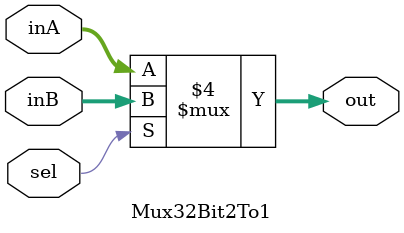
<source format=v>
`timescale 1ns / 1ps


module Mux32Bit2To1(out, inA, inB, sel);

    output reg [31:0] out;
    
    input [31:0] inA;
    input [31:0] inB;
    input sel;
always @(sel, inA, inB)begin
    if(sel == 1'b1) begin
        out <= inB;
        end
    else begin
        out <= inA;
end
end 

endmodule

</source>
